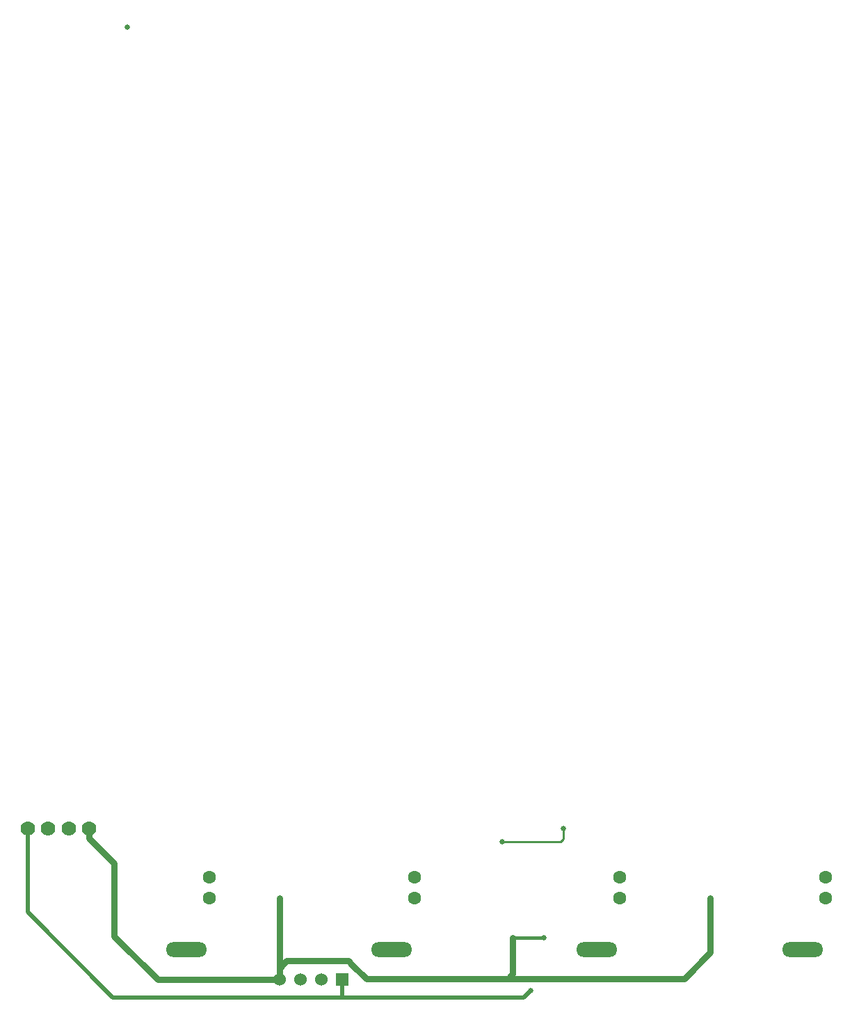
<source format=gtl>
%FSLAX25Y25*%
%MOIN*%
G70*
G01*
G75*
G04 Layer_Physical_Order=1*
G04 Layer_Color=255*
%ADD10C,0.02000*%
%ADD11C,0.03000*%
%ADD12C,0.01000*%
%ADD13C,0.01500*%
%ADD14C,0.06000*%
%ADD15R,0.06000X0.06000*%
%ADD16O,0.19685X0.07087*%
%ADD17C,0.07000*%
%ADD18C,0.06300*%
%ADD19C,0.02500*%
D10*
X19248Y44405D02*
X60165Y3488D01*
X256886D01*
X170000Y3764D02*
Y11988D01*
X256886Y3488D02*
X260276Y6878D01*
X19248Y44405D02*
Y84378D01*
D11*
X81665Y11988D02*
X140000D01*
X60776Y32878D02*
X81665Y11988D01*
X140000D02*
Y50988D01*
Y17488D02*
X143500Y20988D01*
X251776Y14878D02*
Y32213D01*
X250276Y13378D02*
X251776Y14878D01*
X181610Y12378D02*
X333890D01*
X346500Y24988D01*
X143500Y20988D02*
X173000D01*
X346500Y24988D02*
Y51102D01*
X174759Y19229D02*
X181610Y12378D01*
X173000Y20988D02*
X174759Y19229D01*
X48776Y79724D02*
X60776Y67724D01*
X48776Y79724D02*
Y84378D01*
X60776Y32878D02*
Y67724D01*
D12*
X246776Y78102D02*
X274575D01*
X276075Y79602D01*
Y84602D01*
D13*
X251776Y32213D02*
X266776D01*
D14*
X160000Y11988D02*
D03*
X150000D02*
D03*
X140000D02*
D03*
D15*
X170000D02*
D03*
D16*
X390551Y26378D02*
D03*
X193701D02*
D03*
X95276D02*
D03*
X292126D02*
D03*
D17*
X19248Y84378D02*
D03*
X29091D02*
D03*
X38933D02*
D03*
X48776D02*
D03*
D18*
X401575Y61102D02*
D03*
Y51102D02*
D03*
X303150D02*
D03*
Y61102D02*
D03*
X204724D02*
D03*
Y51102D02*
D03*
X106299D02*
D03*
Y61102D02*
D03*
D19*
X260276Y6878D02*
D03*
X346500Y51102D02*
D03*
X140000Y50988D02*
D03*
X266776Y32213D02*
D03*
X251776D02*
D03*
X66929Y468504D02*
D03*
X246776Y78102D02*
D03*
X276075Y84602D02*
D03*
M02*

</source>
